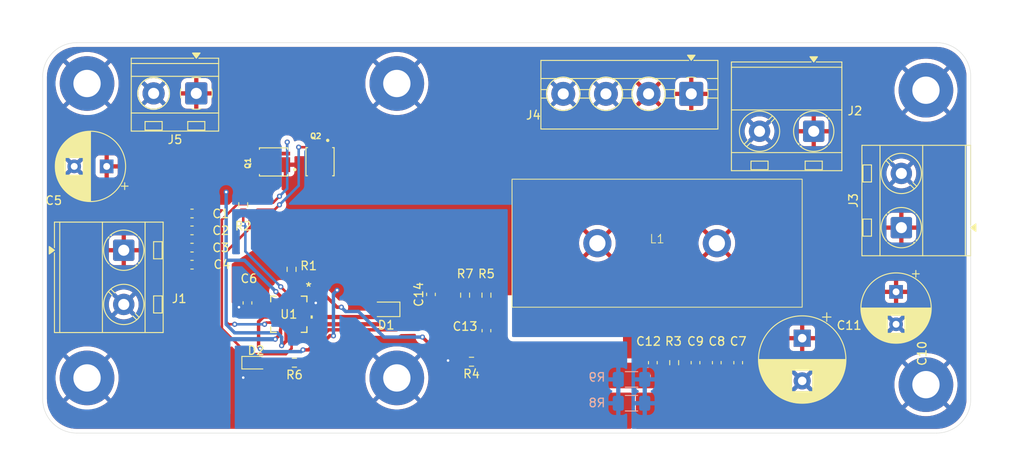
<source format=kicad_pcb>
(kicad_pcb (version 20241229) (generator "pcbnew") (generator_version "9.0")
  (layers (0 "F.Cu" signal) (2 "B.Cu" signal) (13 "F.Paste" user) (15 "B.Paste" user) (5 "F.SilkS" user "F.Silkscreen") (7 "B.SilkS" user "B.Silkscreen") (1 "F.Mask" user) (3 "B.Mask" user) (25 "Edge.Cuts" user))
  (net 0 "")
  (net 1 "PGND")
  (net 2 "VIN")
  (net 3 "AGND")
  (net 4 "VDD")
  (net 5 "VOUT")
  (net 6 "/FB")
  (net 7 "Net-(C13-Pad1)")
  (net 8 "/SW")
  (net 9 "/BST")
  (net 10 "Net-(D2-A)")
  (net 11 "/PG")
  (net 12 "/EN")
  (net 13 "/ILIM")
  (net 14 "/DH")
  (net 18 "/DL")
  (footprint "Resistor_SMD:R_0603_1608Metric_Pad0.98x0.95mm_HandSolder" (layer "F.Cu") (at 128.5 79.5 -90)
    (property "Reference" "R2" (at 2.5 0 180) (layer "F.SilkS"))
    (property "Value" "100k")
    (pad "1" smd roundrect (at -0.9125 0 270) (size 0.975 0.95) (layers "F.Cu" "F.Mask" "F.Paste") (net 2 "VIN"))
    (pad "2" smd roundrect (at 0.9125 0 270) (size 0.975 0.95) (layers "F.Cu" "F.Mask" "F.Paste") (net 12 "/EN"))
  )
  (footprint "Resistor_SMD:R_0603_1608Metric_Pad0.98x0.95mm_HandSolder" (layer "F.Cu") (at 154.5 90.0875 -90)
    (property "Reference" "R7" (at -2.5 0 180) (layer "F.SilkS"))
    (property "Value" "*")
    (pad "1" smd roundrect (at -0.9125 0 270) (size 0.975 0.95) (layers "F.Cu" "F.Mask" "F.Paste") (net 8 "/SW"))
    (pad "2" smd roundrect (at 0.9125 0 270) (size 0.975 0.95) (layers "F.Cu" "F.Mask" "F.Paste") (net 13 "/ILIM"))
  )
  (footprint "TerminalBlock_MetzConnect:TerminalBlock_MetzConnect_Type701_RT11L02HGLU_1x02_P6.35mm_Horizontal" (layer "F.Cu") (at 195.35 70.8825 180)
    (property "Reference" "J2" (at -4.825 2.3825 0) (layer "F.SilkS"))
    (property "Value" "Screw_Terminal_01x02")
    (pad "1" thru_hole roundrect (at 0 0 180) (size 2.5 2.5) (drill 1.3) (layers "*.Cu" "*.Mask") (roundrect_rratio 0.1) (net 5 "VOUT"))
    (pad "2" thru_hole circle (at 6.35 0 180) (size 2.5 2.5) (drill 1.3) (layers "*.Cu" "*.Mask") (net 1 "PGND"))
  )
  (footprint "Capacitor_SMD:C_0603_1608Metric_Pad1.08x0.95mm_HandSolder" (layer "F.Cu") (at 122.5 80.52)
    (property "Reference" "C1" (at 3.3625 0.03 0) (layer "F.SilkS"))
    (property "Value" "100n")
    (pad "1" smd roundrect (at -0.8625 0) (size 1.075 0.95) (layers "F.Cu" "F.Mask" "F.Paste") (net 2 "VIN"))
    (pad "2" smd roundrect (at 0.8625 0) (size 1.075 0.95) (layers "F.Cu" "F.Mask" "F.Paste") (net 1 "PGND"))
  )
  (footprint "Diode_SMD:D_SOD-323F" (layer "F.Cu") (at 145.25 91.75 180)
    (property "Reference" "D1" (at 0 -1.85 0) (layer "F.SilkS"))
    (property "Value" "D_Schottky")
    (pad "1" smd roundrect (at -1.1 0 180) (size 0.5 0.5) (layers "F.Cu" "F.Mask" "F.Paste") (net 9 "/BST"))
    (pad "2" smd roundrect (at 1.1 0 180) (size 0.5 0.5) (layers "F.Cu" "F.Mask" "F.Paste") (net 4 "VDD"))
  )
  (footprint "LED_SMD:LED_0603_1608Metric_Pad1.05x0.95mm_HandSolder" (layer "F.Cu") (at 130 98)
    (property "Reference" "D2" (at 0 -1.43 0) (layer "F.SilkS"))
    (property "Value" "LED")
    (pad "1" smd roundrect (at -0.875 0) (size 1.05 0.95) (layers "F.Cu" "F.Mask" "F.Paste") (net 3 "AGND"))
    (pad "2" smd roundrect (at 0.875 0) (size 1.05 0.95) (layers "F.Cu" "F.Mask" "F.Paste") (net 10 "Net-(D2-A)"))
  )
  (footprint "TerminalBlock_MetzConnect:TerminalBlock_MetzConnect_Type094_RT03502HBLU_1x02_P5.00mm_Horizontal" (layer "F.Cu") (at 123 66.445 180)
    (property "Reference" "J5" (at 2.5 -5.42 0) (layer "F.SilkS"))
    (property "Value" "Screw_Terminal_01x02")
    (pad "1" thru_hole roundrect (at 0 0 180) (size 2.6 2.6) (drill 1.3) (layers "*.Cu" "*.Mask") (roundrect_rratio 0.096154) (net 2 "VIN"))
    (pad "2" thru_hole circle (at 5 0 180) (size 2.6 2.6) (drill 1.3) (layers "*.Cu" "*.Mask") (net 1 "PGND"))
  )
  (footprint "Capacitor_SMD:C_0603_1608Metric_Pad1.08x0.95mm_HandSolder" (layer "F.Cu") (at 122.5 86.52)
    (property "Reference" "C4" (at 3.5 -0.02 0) (layer "F.SilkS"))
    (property "Value" "10u")
    (pad "1" smd roundrect (at -0.8625 0) (size 1.075 0.95) (layers "F.Cu" "F.Mask" "F.Paste") (net 2 "VIN"))
    (pad "2" smd roundrect (at 0.8625 0) (size 1.075 0.95) (layers "F.Cu" "F.Mask" "F.Paste") (net 1 "PGND"))
  )
  (footprint "TerminalBlock:TerminalBlock_MaiXu_MX126-5.0-04P_1x04_P5.00mm" (layer "F.Cu") (at 181 66.5 180)
    (property "Reference" "J4" (at 18.5 -2.5 0) (layer "F.SilkS"))
    (property "Value" "Screw_Terminal_01x04")
    (pad "1" thru_hole roundrect (at 0 0 180) (size 2.8 2.8) (drill 1.3) (layers "*.Cu" "*.Mask") (roundrect_rratio 0.089286) (net 5 "VOUT"))
    (pad "2" thru_hole circle (at 5 0 180) (size 2.8 2.8) (drill 1.3) (layers "*.Cu" "*.Mask") (net 5 "VOUT"))
    (pad "3" thru_hole circle (at 10 0 180) (size 2.8 2.8) (drill 1.3) (layers "*.Cu" "*.Mask") (net 1 "PGND"))
    (pad "4" thru_hole circle (at 15 0 180) (size 2.8 2.8) (drill 1.3) (layers "*.Cu" "*.Mask") (net 1 "PGND"))
  )
  (footprint "Capacitor_SMD:C_0603_1608Metric_Pad1.08x0.95mm_HandSolder" (layer "F.Cu") (at 186.5 98 -90)
    (property "Reference" "C7" (at -2.5 0 0) (layer "F.SilkS"))
    (property "Value" "10u")
    (pad "1" smd roundrect (at -0.8625 0 270) (size 1.075 0.95) (layers "F.Cu" "F.Mask" "F.Paste") (net 5 "VOUT"))
    (pad "2" smd roundrect (at 0.8625 0 270) (size 1.075 0.95) (layers "F.Cu" "F.Mask" "F.Paste") (net 1 "PGND"))
  )
  (footprint "Capacitor_SMD:C_0603_1608Metric_Pad1.08x0.95mm_HandSolder" (layer "F.Cu") (at 181.5 98 -90)
    (property "Reference" "C9" (at -2.5 0 0) (layer "F.SilkS"))
    (property "Value" "100n")
    (pad "1" smd roundrect (at -0.8625 0 270) (size 1.075 0.95) (layers "F.Cu" "F.Mask" "F.Paste") (net 5 "VOUT"))
    (pad "2" smd roundrect (at 0.8625 0 270) (size 1.075 0.95) (layers "F.Cu" "F.Mask" "F.Paste") (net 1 "PGND"))
  )
  (footprint "Capacitor_SMD:C_0603_1608Metric_Pad1.08x0.95mm_HandSolder" (layer "F.Cu") (at 183.99 98 -90)
    (property "Reference" "C8" (at -2.5 -0.01 0) (layer "F.SilkS"))
    (property "Value" "1u")
    (pad "1" smd roundrect (at -0.8625 0 270) (size 1.075 0.95) (layers "F.Cu" "F.Mask" "F.Paste") (net 5 "VOUT"))
    (pad "2" smd roundrect (at 0.8625 0 270) (size 1.075 0.95) (layers "F.Cu" "F.Mask" "F.Paste") (net 1 "PGND"))
  )
  (footprint "TerminalBlock_MetzConnect:TerminalBlock_MetzConnect_Type701_RT11L02HGLU_1x02_P6.35mm_Horizontal" (layer "F.Cu") (at 114.5 84.825 -90)
    (property "Reference" "J1" (at 5.675 -6.5 180) (layer "F.SilkS"))
    (property "Value" "Screw_Terminal_01x02")
    (pad "1" thru_hole roundrect (at 0 0 270) (size 2.5 2.5) (drill 1.3) (layers "*.Cu" "*.Mask") (roundrect_rratio 0.1) (net 2 "VIN"))
    (pad "2" thru_hole circle (at 6.35 0 270) (size 2.5 2.5) (drill 1.3) (layers "*.Cu" "*.Mask") (net 1 "PGND"))
  )
  (footprint "Resistor_SMD:R_0603_1608Metric_Pad0.98x0.95mm_HandSolder" (layer "F.Cu") (at 155.25 97.8875 180)
    (property "Reference" "R4" (at 0 -1.43 0) (layer "F.SilkS"))
    (property "Value" "*")
    (pad "1" smd roundrect (at -0.9125 0 180) (size 0.975 0.95) (layers "F.Cu" "F.Mask" "F.Paste") (net 6 "/FB"))
    (pad "2" smd roundrect (at 0.9125 0 180) (size 0.975 0.95) (layers "F.Cu" "F.Mask" "F.Paste") (net 3 "AGND"))
  )
  (footprint "MountingHole:MountingHole_3.2mm_M3_Pad" (layer "F.Cu") (at 110.2 99.786625)
    (property "Reference" "H1" (hide yes))
    (property "Value" "MountingHole_Pad")
    (pad "1" thru_hole circle (at 0 0) (size 6.4 6.4) (drill 3.2) (layers "*.Cu" "*.Mask") (net 1 "PGND"))
  )
  (footprint "12V_Buck_Footprints:TRANS_IAUZ20N08S5L300ATMA1" (layer "F.Cu") (at 137.5 74.45 -90)
    (property "Reference" "Q2" (at -3 0.5 180) (layer "F.SilkS") (effects (font (size 0.64 0.64))))
    (property "Value" "NMOS")
    (pad "1" smd rect (at 0.7 0 270) (size 2.46 2.39) (layers "F.Cu") (net 8 "/SW"))
    (pad "2" smd rect (at -1.45 0.975 270) (size 1 0.44) (layers "F.Cu") (net 18 "/DL"))
    (pad "3" smd rect (at -1.45 -0.325 270) (size 1 1.74) (layers "F.Cu") (net 1 "PGND"))
  )
  (footprint "MountingHole:MountingHole_3.2mm_M3_Pad" (layer "F.Cu") (at 110.2 65.286625)
    (property "Reference" "H3" (hide yes))
    (property "Value" "MountingHole_Pad")
    (pad "1" thru_hole circle (at 0 0) (size 6.4 6.4) (drill 3.2) (layers "*.Cu" "*.Mask") (net 1 "PGND"))
  )
  (footprint "Capacitor_SMD:C_0603_1608Metric_Pad1.08x0.95mm_HandSolder" (layer "F.Cu") (at 157 94.25 -90)
    (property "Reference" "C13" (at -0.5 2.5 180) (layer "F.SilkS"))
    (property "Value" "*")
    (pad "1" smd roundrect (at -0.8625 0 270) (size 1.075 0.95) (layers "F.Cu" "F.Mask" "F.Paste") (net 7 "Net-(C13-Pad1)"))
    (pad "2" smd roundrect (at 0.8625 0 270) (size 1.075 0.95) (layers "F.Cu" "F.Mask" "F.Paste") (net 6 "/FB"))
  )
  (footprint "Capacitor_SMD:C_0603_1608Metric_Pad1.08x0.95mm_HandSolder" (layer "F.Cu") (at 176.5 98 -90)
    (property "Reference" "C12" (at -2.5 0.5 0) (layer "F.SilkS"))
    (property "Value" "*")
    (pad "1" smd roundrect (at -0.8625 0 270) (size 1.075 0.95) (layers "F.Cu" "F.Mask" "F.Paste") (net 5 "VOUT"))
    (pad "2" smd roundrect (at 0.8625 0 270) (size 1.075 0.95) (layers "F.Cu" "F.Mask" "F.Paste") (net 6 "/FB"))
  )
  (footprint "Capacitor_SMD:C_0603_1608Metric_Pad1.08x0.95mm_HandSolder" (layer "F.Cu") (at 122.5 82.5)
    (property "Reference" "C2" (at 3.3625 0.02 0) (layer "F.SilkS"))
    (property "Value" "1u")
    (pad "1" smd roundrect (at -0.8625 0) (size 1.075 0.95) (layers "F.Cu" "F.Mask" "F.Paste") (net 2 "VIN"))
    (pad "2" smd roundrect (at 0.8625 0) (size 1.075 0.95) (layers "F.Cu" "F.Mask" "F.Paste") (net 1 "PGND"))
  )
  (footprint "Capacitor_THT:CP_Radial_D8.0mm_P3.80mm" (layer "F.Cu") (at 205 89.7 -90)
    (property "Reference" "C10" (at 7.209948 -3.05 90) (layer "F.SilkS"))
    (property "Value" "100u")
    (pad "1" thru_hole rect (at 0 0 270) (size 1.6 1.6) (drill 0.8) (layers "*.Cu" "*.Mask") (net 5 "VOUT"))
    (pad "2" thru_hole circle (at 3.8 0 270) (size 1.6 1.6) (drill 0.8) (layers "*.Cu" "*.Mask") (net 1 "PGND"))
  )
  (footprint "Capacitor_SMD:C_0603_1608Metric_Pad1.08x0.95mm_HandSolder" (layer "F.Cu") (at 129 91 -90)
    (property "Reference" "C6" (at -2.849998 -0.166501 0) (layer "F.SilkS"))
    (property "Value" "1u")
    (pad "1" smd roundrect (at -0.8625 0 270) (size 1.075 0.95) (layers "F.Cu" "F.Mask" "F.Paste") (net 4 "VDD"))
    (pad "2" smd roundrect (at 0.8625 0 270) (size 1.075 0.95) (layers "F.Cu" "F.Mask" "F.Paste") (net 3 "AGND"))
  )
  (footprint "Resistor_SMD:R_0603_1608Metric_Pad0.98x0.95mm_HandSolder" (layer "F.Cu") (at 134.166501 87.062502 -90)
    (property "Reference" "R1" (at -0.4125 -2 180) (layer "F.SilkS"))
    (property "Value" "50k")
    (pad "1" smd roundrect (at -0.9125 0 270) (size 0.975 0.95) (layers "F.Cu" "F.Mask" "F.Paste") (net 4 "VDD"))
    (pad "2" smd roundrect (at 0.9125 0 270) (size 0.975 0.95) (layers "F.Cu" "F.Mask" "F.Paste") (net 11 "/PG"))
  )
  (footprint "MountingHole:MountingHole_3.2mm_M3_Pad" (layer "F.Cu") (at 146.5 99.786625)
    (property "Reference" "H5" (hide yes))
    (property "Value" "MountingHole_Pad")
    (pad "1" thru_hole circle (at 0 0) (size 6.4 6.4) (drill 3.2) (layers "*.Cu" "*.Mask") (net 3 "AGND"))
  )
  (footprint "MountingHole:MountingHole_3.2mm_M3_Pad" (layer "F.Cu") (at 146.5 65.286625)
    (property "Reference" "H4" (hide yes))
    (property "Value" "MountingHole_Pad")
    (pad "1" thru_hole circle (at 0 0) (size 6.4 6.4) (drill 3.2) (layers "*.Cu" "*.Mask") (net 1 "PGND"))
  )
  (footprint "Capacitor_SMD:C_0603_1608Metric_Pad1.08x0.95mm_HandSolder" (layer "F.Cu") (at 122.5 84.52)
    (property "Reference" "C3" (at 3.3625 0.01 0) (layer "F.SilkS"))
    (property "Value" "1u")
    (pad "1" smd roundrect (at -0.8625 0) (size 1.075 0.95) (layers "F.Cu" "F.Mask" "F.Paste") (net 2 "VIN"))
    (pad "2" smd roundrect (at 0.8625 0) (size 1.075 0.95) (layers "F.Cu" "F.Mask" "F.Paste") (net 1 "PGND"))
  )
  (footprint "MountingHole:MountingHole_3.2mm_M3_Pad" (layer "F.Cu") (at 208.5 66.07325)
    (property "Reference" "H2" (hide yes))
    (property "Value" "MountingHole_Pad")
    (pad "1" thru_hole circle (at 0 0) (size 6.4 6.4) (drill 3.2) (layers "*.Cu" "*.Mask") (net 1 "PGND"))
  )
  (footprint "Resistor_SMD:R_0603_1608Metric_Pad0.98x0.95mm_HandSolder" (layer "F.Cu") (at 179 98 -90)
    (property "Reference" "R3" (at -2.5 0.0875 180) (layer "F.SilkS"))
    (property "Value" "*")
    (pad "1" smd roundrect (at -0.9125 0 270) (size 0.975 0.95) (layers "F.Cu" "F.Mask" "F.Paste") (net 5 "VOUT"))
    (pad "2" smd roundrect (at 0.9125 0 270) (size 0.975 0.95) (layers "F.Cu" "F.Mask" "F.Paste") (net 6 "/FB"))
  )
  (footprint "Resistor_SMD:R_0603_1608Metric_Pad0.98x0.95mm_HandSolder" (layer "F.Cu") (at 157 90.0875 -90)
    (property "Reference" "R5" (at -2.5 0 180) (layer "F.SilkS"))
    (property "Value" "*")
    (pad "1" smd roundrect (at -0.9125 0 270) (size 0.975 0.95) (layers "F.Cu" "F.Mask" "F.Paste") (net 8 "/SW"))
    (pad "2" smd roundrect (at 0.9125 0 270) (size 0.975 0.95) (layers "F.Cu" "F.Mask" "F.Paste") (net 7 "Net-(C13-Pad1)"))
  )
  (footprint "Capacitor_THT:CP_Radial_D10.0mm_P5.00mm" (layer "F.Cu") (at 194 95.132323 -90)
    (property "Reference" "C11" (at -1.5 -5.5 0) (layer "F.SilkS"))
    (property "Value" "470u")
    (pad "1" thru_hole rect (at 0 0 270) (size 2 2) (drill 1) (layers "*.Cu" "*.Mask") (net 5 "VOUT"))
    (pad "2" thru_hole circle (at 5 0 270) (size 2 2) (drill 1) (layers "*.Cu" "*.Mask") (net 1 "PGND"))
  )
  (footprint "12V_Buck_Footprints:MLF-16_ML_4X4_MCH" (layer "F.Cu") (at 133.8415 92.325001)
    (property "Reference" "U1" (at 0 0 0) (layer "F.SilkS"))
    (property "Value" "MIC2103YML-TR")
    (fp_text user "*" (at 2.325001 -3.174999 0) (layer "F.SilkS"))
    (pad "1" smd rect (at -1.8415 -0.974999 90) (size 0.3048 0.9144) (layers "F.Cu" "F.Mask" "F.Paste") (net 4 "VDD"))
    (pad "2" smd rect (at -1.8415 -0.325001 90) (size 0.3048 0.9144) (layers "F.Cu" "F.Mask" "F.Paste") (net 4 "VDD"))
    (pad "3" smd rect (at -1.8415 0.325001 90) (size 0.3048 0.9144) (layers "F.Cu" "F.Mask" "F.Paste") (net 13 "/ILIM"))
    (pad "4" smd rect (at -1.8415 0.974999 90) (size 0.3048 0.9144) (layers "F.Cu" "F.Mask" "F.Paste") (net 18 "/DL"))
    (pad "5" smd rect (at -0.974999 1.8415) (size 0.3048 0.9144) (layers "F.Cu" "F.Mask" "F.Paste") (net 1 "PGND"))
    (pad "6" smd rect (at -0.325001 1.8415) (size 0.3048 0.9144) (layers "F.Cu" "F.Mask" "F.Paste") (net 2 "VIN"))
    (pad "7" smd rect (at 0.325001 1.8415) (size 0.3048 0.9144) (layers "F.Cu" "F.Mask" "F.Paste") (net 14 "/DH"))
    (pad "8" smd rect (at 0.974999 1.8415) (size 0.3048 0.9144) (layers "F.Cu" "F.Mask" "F.Paste") (net 8 "/SW"))
    (pad "9" smd rect (at 1.8415 0.974999 90) (size 0.3048 0.9144) (layers "F.Cu" "F.Mask" "F.Paste"))
    (pad "10" smd rect (at 1.8415 0.325001 90) (size 0.3048 0.9144) (layers "F.Cu" "F.Mask" "F.Paste") (net 9 "/BST"))
    (pad "11" smd rect (at 1.8415 -0.325001 90) (size 0.3048 0.9144) (layers "F.Cu" "F.Mask" "F.Paste"))
    (pad "12" smd rect (at 1.8415 -0.974999 90) (size 0.3048 0.9144) (layers "F.Cu" "F.Mask" "F.Paste") (net 3 "AGND"))
    (pad "13" smd rect (at 0.974999 -1.8415) (size 0.3048 0.9144) (layers "F.Cu" "F.Mask" "F.Paste") (net 6 "/FB"))
    (pad "14" smd rect (at 0.325001 -1.8415) (size 0.3048 0.9144) (layers "F.Cu" "F.Mask" "F.Paste") (net 11 "/PG"))
    (pad "15" smd rect (at -0.325001 -1.8415) (size 0.3048 0.9144) (layers "F.Cu" "F.Mask" "F.Paste") (net 12 "/EN"))
    (pad "16" smd rect (at -0.974999 -1.8415) (size 0.3048 0.9144) (layers "F.Cu" "F.Mask" "F.Paste") (net 2 "VIN"))
    (pad "17" smd rect (at 0 0) (size 2.3876 2.3876) (layers "F.Cu" "F.Mask" "F.Paste"))
  )
  (footprint "12V_Buck_Footprints:inductor" (layer "F.Cu") (at 177 84)
    (property "Reference" "L1" (at 0 -0.5 0) (layer "F.SilkS") (effects (font (thickness 0.1))))
    (property "Value" "L")
    (pad "1" thru_hole circle (at -7 0) (size 3.3 3.3) (drill 1.9) (layers "*.Cu" "*.Mask") (net 8 "/SW"))
    (pad "2" thru_hole circle (at 7 0) (size 3.3 3.3) (drill 1.9) (layers "*.Cu" "*.Mask") (net 5 "VOUT"))
  )
  (footprint "Capacitor_THT:CP_Radial_D8.0mm_P3.80mm" (layer "F.Cu") (at 112.5 75 180)
    (property "Reference" "C5" (at 6.209948 -4 0) (layer "F.SilkS"))
    (property "Value" "100u")
    (pad "1" thru_hole rect (at 0 0 180) (size 1.6 1.6) (drill 0.8) (layers "*.Cu" "*.Mask") (net 2 "VIN"))
    (pad "2" thru_hole circle (at 3.8 0 180) (size 1.6 1.6) (drill 0.8) (layers "*.Cu" "*.Mask") (net 1 "PGND"))
  )
  (footprint "Capacitor_SMD:C_0603_1608Metric_Pad1.08x0.95mm_HandSolder" (layer "F.Cu") (at 150.5 90 90)
    (property "Reference" "C14" (at 0 -1.43 90) (layer "F.SilkS"))
    (property "Value" "*")
    (pad "1" smd roundrect (at -0.8625 0 90) (size 1.075 0.95) (layers "F.Cu" "F.Mask" "F.Paste") (net 9 "/BST"))
    (pad "2" smd roundrect (at 0.8625 0 90) (size 1.075 0.95) (layers "F.Cu" "F.Mask" "F.Paste") (net 8 "/SW"))
  )
  (footprint "12V_Buck_Footprints:TRANS_IAUZ20N08S5L300ATMA1" (layer "F.Cu") (at 132.05 74.475 180)
    (property "Reference" "Q1" (at 3 -0.15 90) (layer "F.SilkS") (effects (font (size 0.64 0.64))))
    (property "Value" "NMOS")
    (pad "1" smd rect (at 0.7 0 180) (size 2.46 2.39) (layers "F.Cu") (net 2 "VIN"))
    (pad "2" smd rect (at -1.45 0.975 180) (size 1 0.44) (layers "F.Cu") (net 14 "/DH"))
    (pad "3" smd rect (at -1.45 -0.325 180) (size 1 1.74) (layers "F.Cu") (net 8 "/SW"))
  )
  (footprint "Resistor_SMD:R_0603_1608Metric_Pad0.98x0.95mm_HandSolder" (layer "F.Cu") (at 134.5 98 180)
    (property "Reference" "R6" (at 0 -1.43 0) (layer "F.SilkS"))
    (property "Value" "1k")
    (pad "1" smd roundrect (at -0.9125 0 180) (size 0.975 0.95) (layers "F.Cu" "F.Mask" "F.Paste") (net 4 "VDD"))
    (pad "2" smd roundrect (at 0.9125 0 180) (size 0.975 0.95) (layers "F.Cu" "F.Mask" "F.Paste") (net 10 "Net-(D2-A)"))
  )
  (footprint "TerminalBlock_MetzConnect:TerminalBlock_MetzConnect_Type701_RT11L02HGLU_1x02_P6.35mm_Horizontal" (layer "F.Cu") (at 205.6175 82.175 90)
    (property "Reference" "J3" (at 3.175 -5.62 90) (layer "F.SilkS"))
    (property "Value" "Screw_Terminal_01x02")
    (pad "1" thru_hole roundrect (at 0 0 90) (size 2.5 2.5) (drill 1.3) (layers "*.Cu" "*.Mask") (roundrect_rratio 0.1) (net 5 "VOUT"))
    (pad "2" thru_hole circle (at 6.35 0 90) (size 2.5 2.5) (drill 1.3) (layers "*.Cu" "*.Mask") (net 1 "PGND"))
  )
  (footprint "Resistor_SMD:R_1206_3216Metric_Pad1.30x1.75mm_HandSolder" (layer "B.Cu") (at 174 102.75)
    (property "Reference" "R8" (at -4.05 -0.04 0) (layer "B.SilkS") (effects (justify mirror)))
    (property "Value" "0")
    (pad "1" smd roundrect (at -1.55 0) (size 1.3 1.75) (layers "B.Cu" "B.Mask" "B.Paste") (roundrect_rratio 0.192308) (net 3 "AGND"))
    (pad "2" smd roundrect (at 1.55 0) (size 1.3 1.75) (layers "B.Cu" "B.Mask" "B.Paste") (roundrect_rratio 0.192308) (net 1 "PGND"))
  )
  (footprint "MountingHole:MountingHole_3.2mm_M3_Pad" (layer "B.Cu") (at 208.5 100.57325 180)
    (property "Reference" "H6" (hide yes))
    (property "Value" "MountingHole_Pad")
    (pad "1" thru_hole circle (at 0 0 180) (size 6.4 6.4) (drill 3.2) (layers "*.Cu" "*.Mask") (net 1 "PGND"))
  )
  (footprint "Resistor_SMD:R_1206_3216Metric_Pad1.30x1.75mm_HandSolder" (layer "B.Cu") (at 174 99.96)
    (property "Reference" "R9" (at -4.05 -0.25 0) (layer "B.SilkS") (effects (justify mirror)))
    (property "Value" "0")
    (pad "1" smd roundrect (at -1.55 0) (size 1.3 1.75) (layers "B.Cu" "B.Mask" "B.Paste") (roundrect_rratio 0.192308) (net 3 "AGND"))
    (pad "2" smd roundrect (at 1.55 0) (size 1.3 1.75) (layers "B.Cu" "B.Mask" "B.Paste") (roundrect_rratio 0.192308) (net 1 "PGND"))
  )
  (gr_arc (start 109 106.25) (mid 106.171573 105.078427) (end 105 102.25) (stroke (width 0.05)) (layer "Edge.Cuts"))
  (gr_line (start 213.75 64.5) (end 213.75 102.25) (stroke (width 0.05)) (layer "Edge.Cuts"))
  (gr_line (start 209.75 106.25) (end 109 106.25) (stroke (width 0.05)) (layer "Edge.Cuts"))
  (gr_arc (start 209.75 60.5) (mid 212.578427 61.671573) (end 213.75 64.5) (stroke (width 0.05)) (layer "Edge.Cuts"))
  (gr_arc (start 213.75 102.25) (mid 212.578427 105.078427) (end 209.75 106.25) (stroke (width 0.05)) (layer "Edge.Cuts"))
  (gr_line (start 109 60.5) (end 209.75 60.5) (stroke (width 0.05)) (layer "Edge.Cuts"))
  (gr_arc (start 105 64.5) (mid 106.171573 61.671573) (end 109 60.5) (stroke (width 0.05)) (layer "Edge.Cuts"))
  (gr_line (start 105 102.25) (end 105 64.5) (stroke (width 0.05)) (layer "Edge.Cuts"))
  (segment (start 132.866501 94.166501) (end 132.866501 94.633499) (width 0.4) (layer "F.Cu") (net 1))
  (segment (start 132.866501 94.633499) (end 132.25 95.25) (width 0.4) (layer "F.Cu") (net 1))
  (via (at 132.25 95.25) (size 0.6) (drill 0.3) (layers "F.Cu" "B.Cu") (net 1))
  (segment (start 132.25 95.25) (end 126 95.25) (width 0.5) (layer "B.Cu") (net 1))
  (segment (start 132.866501 90.483501) (end 132.866501 90.207677) (width 0.4) (layer "F.Cu") (net 2))
  (segment (start 133.516499 95.483501) (end 133 96) (width 0.4) (layer "F.Cu") (net 2))
  (segment (start 132.866501 90.207677) (end 132.329412 89.670588) (width 0.4) (layer "F.Cu") (net 2))
  (segment (start 133.516499 94.166501) (end 133.516499 95.483501) (width 0.4) (layer "F.Cu") (net 2))
  (via (at 132.329412 89.670588) (size 0.6) (drill 0.3) (layers "F.Cu" "B.Cu") (net 2))
  (via (at 133 96) (size 0.6) (drill 0.3) (layers "F.Cu" "B.Cu") (net 2))
  (via (at 126.5 78) (size 0.6) (drill 0.3) (layers "F.Cu" "B.Cu") (net 2))
  (segment (start 132.329412 89.670588) (end 128.658824 86) (width 0.4) (layer "B.Cu") (net 2))
  (segment (start 132.491364 94.5) (end 127.5 94.5) (width 0.4) (layer "B.Cu") (net 2))
  (segment (start 126.5 93.5) (end 126.5 86) (width 0.4) (layer "B.Cu") (net 2))
  (segment (start 133 96) (end 133 95.008636) (width 0.4) (layer "B.Cu") (net 2))
  (segment (start 133 95.008636) (end 132.491364 94.5) (width 0.4) (layer "B.Cu") (net 2))
  (segment (start 126.5 86) (end 126.5 78) (width 0.4) (layer "B.Cu") (net 2))
  (segment (start 128.658824 86) (end 126.5 86) (width 0.4) (layer "B.Cu") (net 2))
  (segment (start 127.5 94.5) (end 126.5 93.5) (width 0.4) (layer "B.Cu") (net 2))
  (segment (start 129.125 98) (end 129.125 99.125) (width 0.5) (layer "F.Cu") (net 3))
  (segment (start 154.3375 97.8875) (end 152.6375 97.8875) (width 0.5) (layer "F.Cu") (net 3))
  (segment (start 152.6375 97.8875) (end 152.5 97.75) (width 0.5) (layer "F.Cu") (net 3))
  (segment (start 128.3625 91.8625) (end 128 91.5) (width 0.4) (layer "F.Cu") (net 3))
  (segment (start 129 91.8625) (end 128.3625 91.8625) (width 0.4) (layer "F.Cu") (net 3))
  (segment (start 129.125 99.125) (end 128.5 99.75) (width 0.5) (layer "F.Cu") (net 3))
  (segment (start 135.683 91.350002) (end 136.649998 91.350002) (width 0.5) (layer "F.Cu") (net 3))
  (segment (start 136.649998 91.350002) (end 137 91) (width 0.5) (layer "F.Cu") (net 3))
  (via (at 128.5 99.75) (size 0.6) (drill 0.3) (layers "F.Cu" "B.Cu") (net 3))
  (via (at 128 91.5) (size 0.6) (drill 0.3) (layers "F.Cu" "B.Cu") (net 3))
  (via (at 137 91) (size 0.6) (drill 0.3) (layers "F.Cu" "B.Cu") (net 3))
  (via (at 152.5 97.75) (size 0.6) (drill 0.3) (layers "F.Cu" "B.Cu") (net 3))
  (segment (start 132 91.350002) (end 132 91) (width 0.4) (layer "F.Cu") (net 4))
  (segment (start 138.649 94.851) (end 139.074002 94.851) (width 0.4) (layer "F.Cu") (net 4))
  (segment (start 135.5 98) (end 138.5 95) (width 0.4) (layer "F.Cu") (net 4))
  (segment (start 132 91.350002) (end 130.850002 91.350002) (width 0.4) (layer "F.Cu") (net 4))
  (segment (start 138.5 95) (end 138.649 94.851) (width 0.4) (layer "F.Cu") (net 4))
  (segment (start 135.4125 98) (end 135.5 98) (width 0.4) (layer "F.Cu") (net 4))
  (segment (start 130.5 92) (end 130.5 91) (width 0.4) (layer "F.Cu") (net 4))
  (segment (start 130.5 91) (end 130.850002 91.350002) (width 0.4) (layer "F.Cu") (net 4))
  (segment (start 132 92) (end 130.5 92) (width 0.4) (layer "F.Cu") (net 4))
  (segment (start 132 91) (end 131 90) (width 0.4) (layer "F.Cu") (net 4))
  (via (at 139.074002 94.851) (size 0.6) (drill 0.3) (layers "F.Cu" "B.Cu") (net 4))
  (via (at 139.5 89.5) (size 0.6) (drill 0.3) (layers "F.Cu" "B.Cu") (net 4))
  (segment (start 139.074002 94.851) (end 139.074002 89.925998) (width 0.4) (layer "B.Cu") (net 4))
  (segment (start 139.074002 89.925998) (end 139.5 89.5) (width 0.4) (layer "B.Cu") (net 4))
  (segment (start 135.016499 90.483501) (end 134.816499 90.483501) (width 0.4) (layer "F.Cu") (net 6))
  (segment (start 139.5 91.5) (end 137.5 89.5) (width 0.4) (layer "F.Cu") (net 6))
  (segment (start 149.5 95) (end 150.5 96) (width 0.4) (layer "F.Cu") (net 6))
  (segment (start 136 89.5) (end 135.016499 90.483501) (width 0.4) (layer "F.Cu") (net 6))
  (segment (start 137.5 89.5) (end 136 89.5) (width 0.4) (layer "F.Cu") (net 6))
  (segment (start 140 91.5) (end 139.5 91.5) (width 0.4) (layer "F.Cu") (net 6))
  (segment (start 150.5 96) (end 156 96) (width 0.4) (layer "F.Cu") (net 6))
  (via (at 140 91.5) (size 0.6) (drill 0.3) (layers "F.Cu" "B.Cu") (net 6))
  (via (at 149.5 95) (size 0.6) (drill 0.3) (layers "F.Cu" "B.Cu") (net 6))
  (segment (start 149.5 95) (end 145 95) (width 0.4) (layer "B.Cu") (net 6))
  (segment (start 140.5 92) (end 140 91.5) (width 0.4) (layer "B.Cu") (net 6))
  (segment (start 145 95) (end 142 92) (width 0.4) (layer "B.Cu") (net 6))
  (segment (start 142 92) (end 140.5 92) (width 0.4) (layer "B.Cu") (net 6))
  (segment (start 157 91) (end 157 93.3875) (width 0.5) (layer "F.Cu") (net 7))
  (segment (start 134.816499 94.166501) (end 134.816499 94.566499) (width 0.5) (layer "F.Cu") (net 8))
  (segment (start 151.224 92.451) (end 152.5 91.175) (width 0.5) (layer "F.Cu") (net 8))
  (segment (start 136.25 95.25) (end 138 93.5) (width 0.5) (layer "F.Cu") (net 8))
  (segment (start 145.701 93.5) (end 146.75 92.451) (width 0.5) (layer "F.Cu") (net 8))
  (segment (start 146.75 92.451) (end 151.224 92.451) (width 0.5) (layer "F.Cu") (net 8))
  (segment (start 138 93.5) (end 145.701 93.5) (width 0.5) (layer "F.Cu") (net 8))
  (segment (start 152.5 91.175) (end 152.5 89.25) (width 0.5) (layer "F.Cu") (net 8))
  (segment (start 134.816499 94.566499) (end 135.5 95.25) (width 0.5) (layer "F.Cu") (net 8))
  (segment (start 135.5 95.25) (end 136.25 95.25) (width 0.5) (layer "F.Cu") (net 8))
  (segment (start 150.5 91) (end 149.75 91.75) (width 0.5) (layer "F.Cu") (net 9))
  (segment (start 150.5 90.8625) (end 150.5 91) (width 0.5) (layer "F.Cu") (net 9))
  (segment (start 146.35 91.75) (end 145.449998 92.650002) (width 0.5) (layer "F.Cu") (net 9))
  (segment (start 145.449998 92.650002) (end 135.683 92.650002) (width 0.5) (layer "F.Cu") (net 9))
  (segment (start 149.75 91.75) (end 146.35 91.75) (width 0.5) (layer "F.Cu") (net 9))
  (segment (start 133.5875 98) (end 130.875 98) (width 0.5) (layer "F.Cu") (net 10))
  (segment (start 134.166501 87.975002) (end 134.166501 90.483501) (width 0.3) (layer "F.Cu") (net 11))
  (segment (start 132.895099 89.104901) (end 133.516499 89.726301) (width 0.3) (layer "F.Cu") (net 12))
  (segment (start 128.5 81.75) (end 128.5 80.4125) (width 0.3) (layer "F.Cu") (net 12))
  (segment (start 133.516499 89.726301) (end 133.516499 90.483501) (width 0.3) (layer "F.Cu") (net 12))
  (via (at 132.895099 89.104901) (size 0.6) (drill 0.3) (layers "F.Cu" "B.Cu") (net 12))
  (via (at 128.5 81.75) (size 0.6) (drill 0.3) (layers "F.Cu" "B.Cu") (net 12))
  (segment (start 128.75 82) (end 128.5 81.75) (width 0.3) (layer "B.Cu") (net 12))
  (segment (start 132.895099 89.104901) (end 128.75 84.959802) (width 0.3) (layer "B.Cu") (net 12))
  (segment (start 128.75 84.959802) (end 128.75 82) (width 0.3) (layer "B.Cu") (net 12))
  (segment (start 136.151 96.5) (end 135.5 96.5) (width 0.4) (layer "F.Cu") (net 13))
  (segment (start 147.5 93.102) (end 146.451 94.151) (width 0.4) (layer "F.Cu") (net 13))
  (segment (start 152.398 93.102) (end 147.5 93.102) (width 0.4) (layer "F.Cu") (net 13))
  (segment (start 154.5 91) (end 152.398 93.102) (width 0.4) (layer "F.Cu") (net 13))
  (segment (start 146.451 94.151) (end 138.5 94.151) (width 0.4) (layer "F.Cu") (net 13))
  (segment (start 130.299 93.201) (end 130.849998 92.650002) (width 0.4) (layer "F.Cu") (net 13))
  (segment (start 130.299 96.149) (end 130.299 93.201) (width 0.4) (layer "F.Cu") (net 13))
  (segment (start 130.849998 92.650002) (end 132 92.650002) (width 0.4) (layer "F.Cu") (net 13))
  (segment (start 130.5 96.35) (end 130.299 96.149) (width 0.4) (layer "F.Cu") (net 13))
  (segment (start 138.5 94.151) (end 136.151 96.5) (width 0.4) (layer "F.Cu") (net 13))
  (via (at 130.5 96.35) (size 0.6) (drill 0.3) (layers "F.Cu" "B.Cu") (net 13))
  (via (at 135.5 96.5) (size 0.6) (drill 0.3) (layers "F.Cu" "B.Cu") (net 13))
  (segment (start 135.299 96.701) (end 130.851 96.701) (width 0.4) (layer "B.Cu") (net 13))
  (segment (start 135.5 96.5) (end 135.299 96.701) (width 0.4) (layer "B.Cu") (net 13))
  (segment (start 130.851 96.701) (end 130.5 96.35) (width 0.4) (layer "B.Cu") (net 13))
  (segment (start 126 81.25) (end 127.824 79.426) (width 0.3) (layer "F.Cu") (net 14))
  (segment (start 133.655331 73.344669) (end 133.5 73.5) (width 0.3) (layer "F.Cu") (net 14))
  (segment (start 133.655331 72.155331) (end 133.655331 73.344669) (width 0.3) (layer "F.Cu") (net 14))
  (segment (start 134.166501 96.333499) (end 133.5 97) (width 0.3) (layer "F.Cu") (net 14))
  (segment (start 127.824 79.426) (end 128.987846 79.426) (width 0.3) (layer "F.Cu") (net 14))
  (segment (start 132 79.25) (end 132.75 78.5) (width 0.3) (layer "F.Cu") (net 14))
  (segment (start 128.987846 79.426) (end 129.163846 79.25) (width 0.3) (layer "F.Cu") (net 14))
  (segment (start 129 97) (end 126 94) (width 0.3) (layer "F.Cu") (net 14))
  (segment (start 134.166501 94.166501) (end 134.166501 96.333499) (width 0.3) (layer "F.Cu") (net 14))
  (segment (start 129.163846 79.25) (end 132 79.25) (width 0.3) (layer "F.Cu") (net 14))
  (segment (start 126 94) (end 126 81.25) (width 0.3) (layer "F.Cu") (net 14))
  (segment (start 133.5 97) (end 129 97) (width 0.3) (layer "F.Cu") (net 14))
  (via (at 133.655331 72.155331) (size 0.6) (drill 0.3) (layers "F.Cu" "B.Cu") (net 14))
  (via (at 132.75 78.5) (size 0.6) (drill 0.3) (layers "F.Cu" "B.Cu") (net 14))
  (segment (start 132.75 78.5) (end 133.655331 77.594669) (width 0.3) (layer "B.Cu") (net 14))
  (segment (start 133.655331 77.594669) (end 133.655331 72.155331) (width 0.3) (layer "B.Cu") (net 14))
  (segment (start 131.2 93.3) (end 131 93.5) (width 0.3) (layer "F.Cu") (net 18))
  (segment (start 132 93.3) (end 131.2 93.3) (width 0.3) (layer "F.Cu") (net 18))
  (segment (start 129.25 82.25) (end 129.25 81) (width 0.3) (layer "F.Cu") (net 18))
  (segment (start 129.25 81) (end 130.175 80.075) (width 0.3) (layer "F.Cu") (net 18))
  (segment (start 136.275 72.75) (end 136.525 73) (width 0.3) (layer "F.Cu") (net 18))
  (segment (start 127.5 93.5) (end 126.79348 93.5) (width 0.3) (layer "F.Cu") (net 18))
  (segment (start 126.501 93.20752) (end 126.501 84.999) (width 0.3) (layer "F.Cu") (net 18))
  (segment (start 135 72.75) (end 136.275 72.75) (width 0.3) (layer "F.Cu") (net 18))
  (segment (start 132.175 80.075) (end 132.75 79.5) (width 0.3) (layer "F.Cu") (net 18))
  (segment (start 126.501 84.999) (end 129.25 82.25) (width 0.3) (layer "F.Cu") (net 18))
  (segment (start 126.79348 93.5) (end 126.501 93.20752) (width 0.3) (layer "F.Cu") (net 18))
  (segment (start 130.175 80.075) (end 132.175 80.075) (width 0.3) (layer "F.Cu") (net 18))
  (via (at 132.75 79.5) (size 0.6) (drill 0.3) (layers "F.Cu" "B.Cu") (net 18))
  (via (at 135 72.75) (size 0.6) (drill 0.3) (layers "F.Cu" "B.Cu") (net 18))
  (via (at 131 93.5) (size 0.6) (drill 0.3) (layers "F.Cu" "B.Cu") (net 18))
  (via (at 127.5 93.5) (size 0.6) (drill 0.3) (layers "F.Cu" "B.Cu") (net 18))
  (segment (start 132.75 79.5) (end 135 77.25) (width 0.3) (layer "B.Cu") (net 18))
  (segment (start 131 93.5) (end 127.5 93.5) (width 0.3) (layer "B.Cu") (net 18))
  (segment (start 135 77.25) (end 135 72.75) (width 0.3) (layer "B.Cu") (net 18))
  (zone (net 5) (net_name "VOUT") (layer "F.Cu") (priority 4) (connect_pads (clearance 0.5)) (min_thickness 0.25) (fill yes (thermal_gap 0.5) (thermal_bridge_width 0.5))
    (polygon (pts (xy 173 98) (xy 200 98) (xy 200 91.5) (xy 211 91.5) (xy 211 79) (xy 201 79) (xy 201 67) (xy 192 67) (xy 192.175 75) (xy 185 75) (xy 185 64) (xy 173 64)))
  )
  (zone (net 3) (net_name "AGND") (layer "F.Cu") (priority 1) (connect_pads (clearance 0.5)) (min_thickness 0.25) (fill yes (thermal_gap 0.5) (thermal_bridge_width 0.5))
    (polygon (pts (xy 100 104) (xy 100 108.5) (xy 174 108) (xy 174 101) (xy 155.25 101) (xy 155.25 94.5) (xy 127 95) (xy 127 104)))
  )
  (zone (net 6) (net_name "/FB") (layer "F.Cu") (priority 5) (connect_pads (clearance 0.5)) (min_thickness 0.25) (fill yes (thermal_gap 0.5) (thermal_bridge_width 0.5))
    (polygon (pts (xy 180.25 98) (xy 180.25 101) (xy 155.25 101) (xy 155.25 94.5) (xy 158.75 94.5) (xy 158.75 98)))
  )
  (zone (net 2) (net_name "VIN") (layer "F.Cu") (priority 2) (connect_pads (clearance 0.5)) (min_thickness 0.25) (fill yes (thermal_gap 0.5) (thermal_bridge_width 0.5))
    (polygon (pts (xy 111 88.5) (xy 122.5 88.5) (xy 122.5 79.5) (xy 133 79.5) (xy 133 64) (xy 120.5 64) (xy 120.5 69) (xy 111 69)))
  )
  (zone (net 4) (net_name "VDD") (layer "F.Cu") (priority 2) (connect_pads (clearance 0.5)) (min_thickness 0.25) (fill yes (thermal_gap 0.5) (thermal_bridge_width 0.5))
    (polygon (pts (xy 133 82.7) (xy 127 86.5) (xy 127 93) (xy 128 94) (xy 145.5 94) (xy 145.5 90) (xy 141.9 90.1) (xy 141.9 82.7)))
  )
  (zone (net 8) (net_name "/SW") (layer "F.Cu") (priority 3) (connect_pads (clearance 0.5)) (min_thickness 0.25) (fill yes (thermal_gap 0.5) (thermal_bridge_width 0.5))
    (polygon (pts (xy 133 73.8) (xy 173.1 73.8) (xy 173.1 90.1) (xy 141.9 90.1) (xy 141.9 82.7) (xy 133 82.7)))
  )
  (zone (net 1) (net_name "PGND") (layers "F.Cu" "B.Cu") (priority 1) (connect_pads (clearance 0.5)) (min_thickness 0.25) (fill yes (thermal_gap 0.5) (thermal_bridge_width 0.5))
    (polygon (pts (xy 122.5 79.5) (xy 127 79.5) (xy 127 104) (xy 100 104) (xy 100 56) (xy 219 57) (xy 220 108) (xy 174 108) (xy 174 98) (xy 200 98) (xy 200 92) (xy 211 92) (xy 211 79) (xy 201 79) (xy 201 67) (xy 192 67) (xy 192.175 75) (xy 185 75) (xy 185 64) (xy 173 64) (xy 173 74) (xy 133 73.8) (xy 133 64) (xy 120.5 64) (xy 120.5 69) (xy 111 69) (xy 111 88.5) (xy 122.5 88.5)))
  )
  (zone (net 1) (net_name "PGND") (layer "B.Cu") (priority 6) (connect_pads (clearance 0.5)) (min_thickness 0.25) (fill yes (thermal_gap 0.5) (thermal_bridge_width 0.5))
    (polygon (pts (xy 127 108) (xy 127 79.5) (xy 160 79.5) (xy 160 95) (xy 174 95) (xy 174 107.5) (xy 220 107.5) (xy 219 57) (xy 100 56) (xy 100.25 108)))
  )
  (zone (net 3) (net_name "AGND") (layer "B.Cu") (connect_pads (clearance 0.5)) (min_thickness 0.25) (fill yes (thermal_gap 0.5) (thermal_bridge_width 0.5))
    (polygon (pts (xy 100 56) (xy 219 57) (xy 220 108) (xy 100.25 108)))
  )
)
</source>
